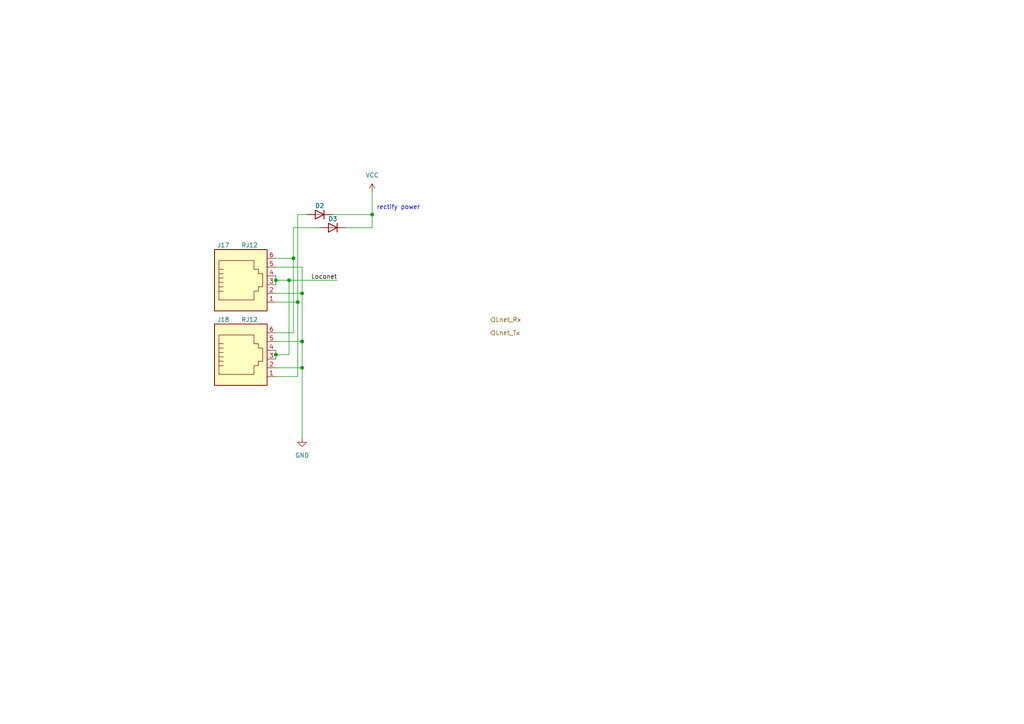
<source format=kicad_sch>
(kicad_sch (version 20231120) (generator "eeschema") (generator_version "8.0")
  (paper "A4")
  (lib_symbols
    (symbol "Connector:RJ12" (pin_names (offset 1.016))
      (property "Reference" "J" (at -5.08 11.43 0))
      (property "Value" "RJ12" (at 2.54 11.43 0))
      (symbol "RJ12_0_1"
        (polyline (pts (xy -6.35 -1.905) (xy -5.08 -1.905) (xy -5.08 -1.905)))
        (polyline (pts (xy -6.35 -0.635) (xy -5.08 -0.635) (xy -5.08 -0.635)))
        (polyline (pts (xy -6.35 0.635) (xy -5.08 0.635) (xy -5.08 0.635)))
        (polyline (pts (xy -6.35 1.905) (xy -5.08 1.905) (xy -5.08 1.905)))
        (polyline (pts (xy -6.35 3.175) (xy -5.08 3.175) (xy -5.08 3.175)))
        (polyline (pts (xy -5.08 4.445) (xy -6.35 4.445) (xy -6.35 4.445)))
        (polyline (pts (xy -6.35 -4.445) (xy -6.35 6.985) (xy 3.81 6.985) (xy 3.81 4.445) (xy 5.08 4.445) (xy 5.08 3.175) (xy 6.35 3.175) (xy 6.35 -0.635) (xy 5.08 -0.635) (xy 5.08 -1.905) (xy 3.81 -1.905) (xy 3.81 -4.445) (xy -6.35 -4.445) (xy -6.35 -4.445)))
        (rectangle (start 7.62 10.16) (end -7.62 -7.62) (stroke (width 0.254)) (fill (type background)))
      )
      (symbol "RJ12_1_1"
        (pin passive line (at 10.16 -5.08 180) (length 2.54) (name "~") (number "1"))
        (pin passive line (at 10.16 -2.54 180) (length 2.54) (name "~") (number "2"))
        (pin passive line (at 10.16 0 180) (length 2.54) (name "~") (number "3"))
        (pin passive line (at 10.16 2.54 180) (length 2.54) (name "~") (number "4"))
        (pin passive line (at 10.16 5.08 180) (length 2.54) (name "~") (number "5"))
        (pin passive line (at 10.16 7.62 180) (length 2.54) (name "~") (number "6"))
      )
    )
    (symbol "Device:D" (pin_numbers hide) (pin_names (offset 1.016) hide)
      (property "Reference" "D" (at 0 2.54 0))
      (property "Value" "D" (at 0 -2.54 0))
      (symbol "D_0_1"
        (polyline (pts (xy -1.27 1.27) (xy -1.27 -1.27)) (stroke (width 0.254)))
        (polyline (pts (xy 1.27 0) (xy -1.27 0)))
        (polyline (pts (xy 1.27 1.27) (xy 1.27 -1.27) (xy -1.27 0) (xy 1.27 1.27)) (stroke (width 0.254)))
      )
      (symbol "D_1_1"
        (pin passive line (at -3.81 0 0) (length 2.54) (name "K") (number "1"))
        (pin passive line (at 3.81 0 180) (length 2.54) (name "A") (number "2"))
      )
    )
    (symbol "power:GND" (power) (pin_names (offset 0))
      (property "Value" "GND" (at 0 -3.81 0))
      (symbol "GND_0_1"
        (polyline (pts (xy 0 0) (xy 0 -1.27) (xy 1.27 -1.27) (xy 0 -2.54) (xy -1.27 -1.27) (xy 0 -1.27)))
      )
      (symbol "GND_1_1"
        (pin power_in line (at 0 0 270) (length 0) hide (name "GND") (number "1"))
      )
    )
    (symbol "power:VCC" (power) (pin_names (offset 0))
      (property "Value" "VCC" (at 0 3.81 0))
      (symbol "VCC_0_1"
        (polyline (pts (xy -0.762 1.27) (xy 0 2.54)))
        (polyline (pts (xy 0 0) (xy 0 2.54)))
        (polyline (pts (xy 0 2.54) (xy 0.762 1.27)))
      )
      (symbol "VCC_1_1"
        (pin power_in line (at 0 0 90) (length 0) hide (name "VCC") (number "1"))
      )
    )
  )
  (junction (at 87.63 85.09))
  (junction (at 80.01 102.87))
  (junction (at 86.36 87.63))
  (junction (at 107.95 62.23))
  (junction (at 87.63 106.68))
  (junction (at 85.09 74.93))
  (junction (at 83.82 81.28))
  (junction (at 87.63 99.06))
  (junction (at 80.01 81.28))
  (wire (pts (xy 80.01 106.68) (xy 87.63 106.68)))
  (wire (pts (xy 87.63 85.09) (xy 87.63 77.47)))
  (wire (pts (xy 107.95 55.88) (xy 107.95 62.23)))
  (wire (pts (xy 80.01 102.87) (xy 83.82 102.87)))
  (wire (pts (xy 83.82 81.28) (xy 97.79 81.28)))
  (wire (pts (xy 80.01 81.28) (xy 80.01 82.55)))
  (wire (pts (xy 87.63 85.09) (xy 87.63 99.06)))
  (wire (pts (xy 85.09 66.04) (xy 92.71 66.04)))
  (wire (pts (xy 80.01 87.63) (xy 86.36 87.63)))
  (wire (pts (xy 96.52 62.23) (xy 107.95 62.23)))
  (wire (pts (xy 87.63 106.68) (xy 87.63 127)))
  (wire (pts (xy 86.36 62.23) (xy 88.9 62.23)))
  (wire (pts (xy 107.95 62.23) (xy 107.95 66.04)))
  (wire (pts (xy 85.09 66.04) (xy 85.09 74.93)))
  (wire (pts (xy 80.01 102.87) (xy 80.01 104.14)))
  (wire (pts (xy 80.01 85.09) (xy 87.63 85.09)))
  (wire (pts (xy 107.95 66.04) (xy 100.33 66.04)))
  (wire (pts (xy 87.63 106.68) (xy 87.63 99.06)))
  (wire (pts (xy 80.01 101.6) (xy 80.01 102.87)))
  (wire (pts (xy 80.01 80.01) (xy 80.01 81.28)))
  (wire (pts (xy 80.01 74.93) (xy 85.09 74.93)))
  (wire (pts (xy 83.82 81.28) (xy 83.82 102.87)))
  (wire (pts (xy 80.01 81.28) (xy 83.82 81.28)))
  (wire (pts (xy 86.36 62.23) (xy 86.36 87.63)))
  (wire (pts (xy 80.01 109.22) (xy 86.36 109.22)))
  (wire (pts (xy 80.01 96.52) (xy 85.09 96.52)))
  (wire (pts (xy 86.36 87.63) (xy 86.36 109.22)))
  (wire (pts (xy 85.09 74.93) (xy 85.09 96.52)))
  (wire (pts (xy 80.01 99.06) (xy 87.63 99.06)))
  (wire (pts (xy 87.63 77.47) (xy 80.01 77.47)))
  (text "rectify power" (at 109.22 60.96 0) (effects (font (size 1.27 1.27)) (justify left bottom)))
  (label "Loconet" (at 97.79 81.28 180))
  (hierarchical_label "Lnet_Rx" (shape input) (at 142.24 92.71 0))
  (hierarchical_label "Lnet_Tx" (shape input) (at 142.24 96.52 0))
  (symbol (lib_id "Device:D") (at 96.52 66.04 180) (unit 1)
    (property "Reference" "D3" (at 96.52 63.5 0))
    (property "Value" "D" (effects (hide yes)))
    (property "Footprint" "Diode_SMD:D_SOD-323" (effects (hide yes)))
    (property "JLCPCB Part#" "C2128" (effects (hide yes)))
  )
  (symbol (lib_id "power:GND") (at 87.63 127 0) (unit 1)
    (property "Reference" "#PWR016" (effects (hide yes)))
    (property "Value" "GND" (at 87.63 132.08 0))
  )
  (symbol (lib_id "power:VCC") (at 107.95 55.88 0) (unit 1)
    (property "Reference" "#PWR017" (effects (hide yes)))
    (property "Value" "VCC" (at 107.95 50.8 0))
  )
  (symbol (lib_id "Connector:RJ12") (at 69.85 82.55 0) (unit 1)
    (property "Reference" "J17" (at 64.77 71.12 0))
    (property "Value" "RJ12" (at 72.39 71.12 0))
    (property "Footprint" "Connector_RJ:RJ12_Amphenol_54601" (effects (hide yes)))
    (property "JLCPCB Part#" "C77859" (effects (hide yes)))
  )
  (symbol (lib_id "Device:D") (at 92.71 62.23 180) (unit 1)
    (property "Reference" "D2" (at 92.71 59.69 0))
    (property "Value" "D" (effects (hide yes)))
    (property "Footprint" "Diode_SMD:D_SOD-323" (effects (hide yes)))
    (property "JLCPCB Part#" "C2128" (effects (hide yes)))
  )
  (symbol (lib_id "Connector:RJ12") (at 69.85 104.14 0) (unit 1)
    (property "Reference" "J18" (at 64.77 92.71 0))
    (property "Value" "RJ12" (at 72.39 92.71 0))
    (property "Footprint" "Connector_RJ:RJ12_Amphenol_54601" (effects (hide yes)))
    (property "JLCPCB Part#" "C77859" (effects (hide yes)))
  )
)
</source>
